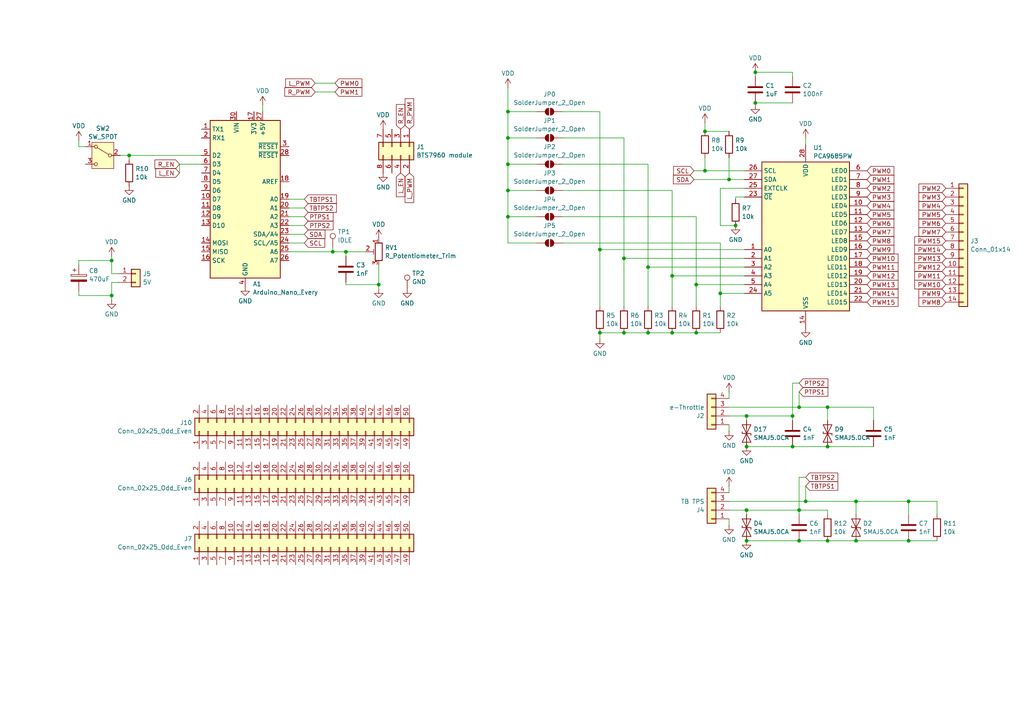
<source format=kicad_sch>
(kicad_sch (version 20231120) (generator "eeschema") (generator_version "8.0")
  (paper "A4")
  (lib_symbols
    (symbol "Connector:TestPoint" (pin_numbers hide) (pin_names (offset 0.762) hide)
      (property "Reference" "TP" (at 0 6.858 0))
      (property "Value" "TestPoint" (at 0 5.08 0))
      (symbol "TestPoint_1_1"
        (pin passive line (at 0 0 90) (length 2.54) (name "1") (number "1"))
      )
    )
    (symbol "Connector_Generic:Conn_01x02" (pin_names (offset 1.016) hide)
      (property "Reference" "J" (at 0 2.54 0))
      (property "Value" "Conn_01x02" (at 0 -5.08 0))
      (symbol "Conn_01x02_1_1"
        (pin passive line (at -5.08 0 0) (length 3.81) (name "Pin_1") (number "1"))
        (pin passive line (at -5.08 -2.54 0) (length 3.81) (name "Pin_2") (number "2"))
      )
    )
    (symbol "Connector_Generic:Conn_01x04" (pin_names (offset 1.016) hide)
      (property "Reference" "J" (at 0 5.08 0))
      (property "Value" "Conn_01x04" (at 0 -7.62 0))
      (symbol "Conn_01x04_1_1"
        (pin passive line (at -5.08 2.54 0) (length 3.81) (name "Pin_1") (number "1"))
        (pin passive line (at -5.08 0 0) (length 3.81) (name "Pin_2") (number "2"))
        (pin passive line (at -5.08 -2.54 0) (length 3.81) (name "Pin_3") (number "3"))
        (pin passive line (at -5.08 -5.08 0) (length 3.81) (name "Pin_4") (number "4"))
      )
    )
    (symbol "Connector_Generic:Conn_01x14" (pin_names (offset 1.016) hide)
      (property "Reference" "J" (at 0 17.78 0))
      (property "Value" "Conn_01x14" (at 0 -20.32 0))
      (symbol "Conn_01x14_1_1"
        (pin passive line (at -5.08 15.24 0) (length 3.81) (name "Pin_1") (number "1"))
        (pin passive line (at -5.08 -7.62 0) (length 3.81) (name "Pin_10") (number "10"))
        (pin passive line (at -5.08 -10.16 0) (length 3.81) (name "Pin_11") (number "11"))
        (pin passive line (at -5.08 -12.7 0) (length 3.81) (name "Pin_12") (number "12"))
        (pin passive line (at -5.08 -15.24 0) (length 3.81) (name "Pin_13") (number "13"))
        (pin passive line (at -5.08 -17.78 0) (length 3.81) (name "Pin_14") (number "14"))
        (pin passive line (at -5.08 12.7 0) (length 3.81) (name "Pin_2") (number "2"))
        (pin passive line (at -5.08 10.16 0) (length 3.81) (name "Pin_3") (number "3"))
        (pin passive line (at -5.08 7.62 0) (length 3.81) (name "Pin_4") (number "4"))
        (pin passive line (at -5.08 5.08 0) (length 3.81) (name "Pin_5") (number "5"))
        (pin passive line (at -5.08 2.54 0) (length 3.81) (name "Pin_6") (number "6"))
        (pin passive line (at -5.08 0 0) (length 3.81) (name "Pin_7") (number "7"))
        (pin passive line (at -5.08 -2.54 0) (length 3.81) (name "Pin_8") (number "8"))
        (pin passive line (at -5.08 -5.08 0) (length 3.81) (name "Pin_9") (number "9"))
      )
    )
    (symbol "Connector_Generic:Conn_02x04_Odd_Even" (pin_names (offset 1.016) hide)
      (property "Reference" "J" (at 1.27 5.08 0))
      (property "Value" "Conn_02x04_Odd_Even" (at 1.27 -7.62 0))
      (symbol "Conn_02x04_Odd_Even_1_1"
        (pin passive line (at -5.08 2.54 0) (length 3.81) (name "Pin_1") (number "1"))
        (pin passive line (at 7.62 2.54 180) (length 3.81) (name "Pin_2") (number "2"))
        (pin passive line (at -5.08 0 0) (length 3.81) (name "Pin_3") (number "3"))
        (pin passive line (at 7.62 0 180) (length 3.81) (name "Pin_4") (number "4"))
        (pin passive line (at -5.08 -2.54 0) (length 3.81) (name "Pin_5") (number "5"))
        (pin passive line (at 7.62 -2.54 180) (length 3.81) (name "Pin_6") (number "6"))
        (pin passive line (at -5.08 -5.08 0) (length 3.81) (name "Pin_7") (number "7"))
        (pin passive line (at 7.62 -5.08 180) (length 3.81) (name "Pin_8") (number "8"))
      )
    )
    (symbol "Connector_Generic:Conn_02x25_Odd_Even" (pin_names (offset 1.016) hide)
      (property "Reference" "J" (at 1.27 33.02 0))
      (property "Value" "Conn_02x25_Odd_Even" (at 1.27 -33.02 0))
      (symbol "Conn_02x25_Odd_Even_1_1"
        (pin passive line (at -5.08 30.48 0) (length 3.81) (name "Pin_1") (number "1"))
        (pin passive line (at 7.62 20.32 180) (length 3.81) (name "Pin_10") (number "10"))
        (pin passive line (at -5.08 17.78 0) (length 3.81) (name "Pin_11") (number "11"))
        (pin passive line (at 7.62 17.78 180) (length 3.81) (name "Pin_12") (number "12"))
        (pin passive line (at -5.08 15.24 0) (length 3.81) (name "Pin_13") (number "13"))
        (pin passive line (at 7.62 15.24 180) (length 3.81) (name "Pin_14") (number "14"))
        (pin passive line (at -5.08 12.7 0) (length 3.81) (name "Pin_15") (number "15"))
        (pin passive line (at 7.62 12.7 180) (length 3.81) (name "Pin_16") (number "16"))
        (pin passive line (at -5.08 10.16 0) (length 3.81) (name "Pin_17") (number "17"))
        (pin passive line (at 7.62 10.16 180) (length 3.81) (name "Pin_18") (number "18"))
        (pin passive line (at -5.08 7.62 0) (length 3.81) (name "Pin_19") (number "19"))
        (pin passive line (at 7.62 30.48 180) (length 3.81) (name "Pin_2") (number "2"))
        (pin passive line (at 7.62 7.62 180) (length 3.81) (name "Pin_20") (number "20"))
        (pin passive line (at -5.08 5.08 0) (length 3.81) (name "Pin_21") (number "21"))
        (pin passive line (at 7.62 5.08 180) (length 3.81) (name "Pin_22") (number "22"))
        (pin passive line (at -5.08 2.54 0) (length 3.81) (name "Pin_23") (number "23"))
        (pin passive line (at 7.62 2.54 180) (length 3.81) (name "Pin_24") (number "24"))
        (pin passive line (at -5.08 0 0) (length 3.81) (name "Pin_25") (number "25"))
        (pin passive line (at 7.62 0 180) (length 3.81) (name "Pin_26") (number "26"))
        (pin passive line (at -5.08 -2.54 0) (length 3.81) (name "Pin_27") (number "27"))
        (pin passive line (at 7.62 -2.54 180) (length 3.81) (name "Pin_28") (number "28"))
        (pin passive line (at -5.08 -5.08 0) (length 3.81) (name "Pin_29") (number "29"))
        (pin passive line (at -5.08 27.94 0) (length 3.81) (name "Pin_3") (number "3"))
        (pin passive line (at 7.62 -5.08 180) (length 3.81) (name "Pin_30") (number "30"))
        (pin passive line (at -5.08 -7.62 0) (length 3.81) (name "Pin_31") (number "31"))
        (pin passive line (at 7.62 -7.62 180) (length 3.81) (name "Pin_32") (number "32"))
        (pin passive line (at -5.08 -10.16 0) (length 3.81) (name "Pin_33") (number "33"))
        (pin passive line (at 7.62 -10.16 180) (length 3.81) (name "Pin_34") (number "34"))
        (pin passive line (at -5.08 -12.7 0) (length 3.81) (name "Pin_35") (number "35"))
        (pin passive line (at 7.62 -12.7 180) (length 3.81) (name "Pin_36") (number "36"))
        (pin passive line (at -5.08 -15.24 0) (length 3.81) (name "Pin_37") (number "37"))
        (pin passive line (at 7.62 -15.24 180) (length 3.81) (name "Pin_38") (number "38"))
        (pin passive line (at -5.08 -17.78 0) (length 3.81) (name "Pin_39") (number "39"))
        (pin passive line (at 7.62 27.94 180) (length 3.81) (name "Pin_4") (number "4"))
        (pin passive line (at 7.62 -17.78 180) (length 3.81) (name "Pin_40") (number "40"))
        (pin passive line (at -5.08 -20.32 0) (length 3.81) (name "Pin_41") (number "41"))
        (pin passive line (at 7.62 -20.32 180) (length 3.81) (name "Pin_42") (number "42"))
        (pin passive line (at -5.08 -22.86 0) (length 3.81) (name "Pin_43") (number "43"))
        (pin passive line (at 7.62 -22.86 180) (length 3.81) (name "Pin_44") (number "44"))
        (pin passive line (at -5.08 -25.4 0) (length 3.81) (name "Pin_45") (number "45"))
        (pin passive line (at 7.62 -25.4 180) (length 3.81) (name "Pin_46") (number "46"))
        (pin passive line (at -5.08 -27.94 0) (length 3.81) (name "Pin_47") (number "47"))
        (pin passive line (at 7.62 -27.94 180) (length 3.81) (name "Pin_48") (number "48"))
        (pin passive line (at -5.08 -30.48 0) (length 3.81) (name "Pin_49") (number "49"))
        (pin passive line (at -5.08 25.4 0) (length 3.81) (name "Pin_5") (number "5"))
        (pin passive line (at 7.62 -30.48 180) (length 3.81) (name "Pin_50") (number "50"))
        (pin passive line (at 7.62 25.4 180) (length 3.81) (name "Pin_6") (number "6"))
        (pin passive line (at -5.08 22.86 0) (length 3.81) (name "Pin_7") (number "7"))
        (pin passive line (at 7.62 22.86 180) (length 3.81) (name "Pin_8") (number "8"))
        (pin passive line (at -5.08 20.32 0) (length 3.81) (name "Pin_9") (number "9"))
      )
    )
    (symbol "Device:C" (pin_numbers hide) (pin_names (offset 0.254))
      (property "Reference" "C" (at 0.635 2.54 0))
      (property "Value" "C" (at 0.635 -2.54 0))
      (symbol "C_1_1"
        (pin passive line (at 0 3.81 270) (length 2.794) (name "~") (number "1"))
        (pin passive line (at 0 -3.81 90) (length 2.794) (name "~") (number "2"))
      )
    )
    (symbol "Device:C_Polarized" (pin_numbers hide) (pin_names (offset 0.254))
      (property "Reference" "C" (at 0.635 2.54 0))
      (property "Value" "C_Polarized" (at 0.635 -2.54 0))
      (symbol "C_Polarized_1_1"
        (pin passive line (at 0 3.81 270) (length 2.794) (name "~") (number "1"))
        (pin passive line (at 0 -3.81 90) (length 2.794) (name "~") (number "2"))
      )
    )
    (symbol "Device:R" (pin_numbers hide) (pin_names (offset 0))
      (property "Reference" "R" (at 2.032 0 90))
      (property "Value" "R" (at 0 0 90))
      (symbol "R_1_1"
        (pin passive line (at 0 3.81 270) (length 1.27) (name "~") (number "1"))
        (pin passive line (at 0 -3.81 90) (length 1.27) (name "~") (number "2"))
      )
    )
    (symbol "Device:R_Potentiometer_Trim" (pin_names (offset 1.016) hide)
      (property "Reference" "RV" (at -4.445 0 90))
      (property "Value" "R_Potentiometer_Trim" (at -2.54 0 90))
      (symbol "R_Potentiometer_Trim_1_1"
        (pin passive line (at 0 3.81 270) (length 1.27) (name "1") (number "1"))
        (pin passive line (at 3.81 0 180) (length 1.27) (name "2") (number "2"))
        (pin passive line (at 0 -3.81 90) (length 1.27) (name "3") (number "3"))
      )
    )
    (symbol "Diode:SMAJ5.0CA" (pin_numbers hide) (pin_names (offset 1.016) hide)
      (property "Reference" "D" (at 0 2.54 0))
      (property "Value" "SMAJ5.0CA" (at 0 -2.54 0))
      (symbol "SMAJ5.0CA_1_1"
        (pin passive line (at -3.81 0 0) (length 2.54) (name "A1") (number "1"))
        (pin passive line (at 3.81 0 180) (length 2.54) (name "A2") (number "2"))
      )
    )
    (symbol "Driver_LED:PCA9685PW"
      (property "Reference" "U" (at -12.7 22.225 0))
      (property "Value" "PCA9685PW" (at 1.27 22.225 0))
      (symbol "PCA9685PW_1_1"
        (pin input line (at -17.78 -5.08 0) (length 5.08) (name "A0") (number "1"))
        (pin output line (at 17.78 7.62 180) (length 5.08) (name "LED4") (number "10"))
        (pin output line (at 17.78 5.08 180) (length 5.08) (name "LED5") (number "11"))
        (pin output line (at 17.78 2.54 180) (length 5.08) (name "LED6") (number "12"))
        (pin output line (at 17.78 0 180) (length 5.08) (name "LED7") (number "13"))
        (pin power_in line (at 0 -27.94 90) (length 5.08) (name "VSS") (number "14"))
        (pin output line (at 17.78 -2.54 180) (length 5.08) (name "LED8") (number "15"))
        (pin output line (at 17.78 -5.08 180) (length 5.08) (name "LED9") (number "16"))
        (pin output line (at 17.78 -7.62 180) (length 5.08) (name "LED10") (number "17"))
        (pin output line (at 17.78 -10.16 180) (length 5.08) (name "LED11") (number "18"))
        (pin output line (at 17.78 -12.7 180) (length 5.08) (name "LED12") (number "19"))
        (pin input line (at -17.78 -7.62 0) (length 5.08) (name "A1") (number "2"))
        (pin output line (at 17.78 -15.24 180) (length 5.08) (name "LED13") (number "20"))
        (pin output line (at 17.78 -17.78 180) (length 5.08) (name "LED14") (number "21"))
        (pin output line (at 17.78 -20.32 180) (length 5.08) (name "LED15") (number "22"))
        (pin input line (at -17.78 10.16 0) (length 5.08) (name "~{OE}") (number "23"))
        (pin input line (at -17.78 -17.78 0) (length 5.08) (name "A5") (number "24"))
        (pin input line (at -17.78 12.7 0) (length 5.08) (name "EXTCLK") (number "25"))
        (pin input line (at -17.78 17.78 0) (length 5.08) (name "SCL") (number "26"))
        (pin bidirectional line (at -17.78 15.24 0) (length 5.08) (name "SDA") (number "27"))
        (pin power_in line (at 0 25.4 270) (length 5.08) (name "VDD") (number "28"))
        (pin input line (at -17.78 -10.16 0) (length 5.08) (name "A2") (number "3"))
        (pin input line (at -17.78 -12.7 0) (length 5.08) (name "A3") (number "4"))
        (pin input line (at -17.78 -15.24 0) (length 5.08) (name "A4") (number "5"))
        (pin output line (at 17.78 17.78 180) (length 5.08) (name "LED0") (number "6"))
        (pin output line (at 17.78 15.24 180) (length 5.08) (name "LED1") (number "7"))
        (pin output line (at 17.78 12.7 180) (length 5.08) (name "LED2") (number "8"))
        (pin output line (at 17.78 10.16 180) (length 5.08) (name "LED3") (number "9"))
      )
    )
    (symbol "Jumper:SolderJumper_2_Open" (pin_numbers hide) (pin_names (offset 0) hide) (exclude_from_sim yes) (in_bom no)
      (property "Reference" "JP" (at 0 2.032 0))
      (property "Value" "SolderJumper_2_Open" (at 0 -2.54 0))
      (symbol "SolderJumper_2_Open_1_1"
        (pin passive line (at -3.81 0 0) (length 2.54) (name "A") (number "1"))
        (pin passive line (at 3.81 0 180) (length 2.54) (name "B") (number "2"))
      )
    )
    (symbol "MCU_Module:Arduino_Nano_Every"
      (property "Reference" "A" (at -10.16 23.495 0))
      (property "Value" "Arduino_Nano_Every" (at 5.08 -24.13 0))
      (symbol "Arduino_Nano_Every_1_1"
        (pin bidirectional line (at -12.7 20.32 0) (length 2.54) (name "TX1") (number "1"))
        (pin bidirectional line (at -12.7 0 0) (length 2.54) (name "D7") (number "10"))
        (pin bidirectional line (at -12.7 -2.54 0) (length 2.54) (name "D8") (number "11"))
        (pin bidirectional line (at -12.7 -5.08 0) (length 2.54) (name "D9") (number "12"))
        (pin bidirectional line (at -12.7 -7.62 0) (length 2.54) (name "D10") (number "13"))
        (pin bidirectional line (at -12.7 -12.7 0) (length 2.54) (name "MOSI") (number "14"))
        (pin bidirectional line (at -12.7 -15.24 0) (length 2.54) (name "MISO") (number "15"))
        (pin bidirectional line (at -12.7 -17.78 0) (length 2.54) (name "SCK") (number "16"))
        (pin power_out line (at 2.54 25.4 270) (length 2.54) (name "3V3") (number "17"))
        (pin input line (at 12.7 5.08 180) (length 2.54) (name "AREF") (number "18"))
        (pin bidirectional line (at 12.7 0 180) (length 2.54) (name "A0") (number "19"))
        (pin bidirectional line (at -12.7 17.78 0) (length 2.54) (name "RX1") (number "2"))
        (pin bidirectional line (at 12.7 -2.54 180) (length 2.54) (name "A1") (number "20"))
        (pin bidirectional line (at 12.7 -5.08 180) (length 2.54) (name "A2") (number "21"))
        (pin bidirectional line (at 12.7 -7.62 180) (length 2.54) (name "A3") (number "22"))
        (pin bidirectional line (at 12.7 -10.16 180) (length 2.54) (name "SDA/A4") (number "23"))
        (pin bidirectional line (at 12.7 -12.7 180) (length 2.54) (name "SCL/A5") (number "24"))
        (pin bidirectional line (at 12.7 -15.24 180) (length 2.54) (name "A6") (number "25"))
        (pin bidirectional line (at 12.7 -17.78 180) (length 2.54) (name "A7") (number "26"))
        (pin power_out line (at 5.08 25.4 270) (length 2.54) (name "+5V") (number "27"))
        (pin input line (at 12.7 12.7 180) (length 2.54) (name "~{RESET}") (number "28"))
        (pin passive line (at 0 -25.4 90) (length 2.54) hide (name "GND") (number "29"))
        (pin input line (at 12.7 15.24 180) (length 2.54) (name "~{RESET}") (number "3"))
        (pin power_in line (at -2.54 25.4 270) (length 2.54) (name "VIN") (number "30"))
        (pin power_in line (at 0 -25.4 90) (length 2.54) (name "GND") (number "4"))
        (pin bidirectional line (at -12.7 12.7 0) (length 2.54) (name "D2") (number "5"))
        (pin bidirectional line (at -12.7 10.16 0) (length 2.54) (name "D3") (number "6"))
        (pin bidirectional line (at -12.7 7.62 0) (length 2.54) (name "D4") (number "7"))
        (pin bidirectional line (at -12.7 5.08 0) (length 2.54) (name "D5") (number "8"))
        (pin bidirectional line (at -12.7 2.54 0) (length 2.54) (name "D6") (number "9"))
      )
    )
    (symbol "Switch:SW_SPDT" (pin_names (offset 0) hide)
      (property "Reference" "SW" (at 0 5.08 0))
      (property "Value" "SW_SPDT" (at 0 -5.08 0))
      (symbol "SW_SPDT_1_1"
        (pin passive line (at 5.08 2.54 180) (length 2.54) (name "A") (number "1"))
        (pin passive line (at -5.08 0 0) (length 2.54) (name "B") (number "2"))
        (pin passive line (at 5.08 -2.54 180) (length 2.54) (name "C") (number "3"))
      )
    )
    (symbol "power:GND" (power) (pin_numbers hide) (pin_names (offset 0) hide)
      (property "Value" "GND" (at 0 -3.81 0))
      (symbol "GND_1_1"
        (pin power_in line (at 0 0 270) (length 0) (name "~") (number "1"))
      )
    )
    (symbol "power:VDD" (power) (pin_numbers hide) (pin_names (offset 0) hide)
      (property "Value" "VDD" (at 0 3.556 0))
      (symbol "VDD_1_1"
        (pin power_in line (at 0 0 90) (length 0) (name "~") (number "1"))
      )
    )
  )
  (junction (at 216.535 147.955))
  (junction (at 147.32 47.625))
  (junction (at 204.47 49.53))
  (junction (at 187.96 77.47))
  (junction (at 219.075 20.955))
  (junction (at 201.93 82.55))
  (junction (at 216.535 129.54))
  (junction (at 147.32 32.385))
  (junction (at 240.03 129.54))
  (junction (at 233.68 145.415))
  (junction (at 216.535 156.845))
  (junction (at 32.385 85.725))
  (junction (at 180.975 96.52))
  (junction (at 211.455 52.07))
  (junction (at 32.385 75.565))
  (junction (at 147.32 40.005))
  (junction (at 263.525 145.415))
  (junction (at 231.775 147.955))
  (junction (at 240.03 118.11))
  (junction (at 204.47 38.1))
  (junction (at 147.32 62.865))
  (junction (at 231.775 156.845))
  (junction (at 231.775 118.11))
  (junction (at 248.285 156.845))
  (junction (at 173.99 72.39))
  (junction (at 219.075 29.845))
  (junction (at 229.87 120.65))
  (junction (at 208.915 85.09))
  (junction (at 100.33 73.025))
  (junction (at 109.855 82.55))
  (junction (at 216.535 120.65))
  (junction (at 213.36 65.405))
  (junction (at 37.465 45.085))
  (junction (at 201.93 96.52))
  (junction (at 173.99 96.52))
  (junction (at 180.975 74.93))
  (junction (at 229.87 129.54))
  (junction (at 187.96 96.52))
  (junction (at 263.525 156.845))
  (junction (at 240.03 156.845))
  (junction (at 248.285 145.415))
  (junction (at 96.52 73.025))
  (junction (at 147.32 55.245))
  (junction (at 194.945 96.52))
  (junction (at 194.945 80.01))
  (wire (pts (xy 163.195 40.005) (xy 180.975 40.005)))
  (wire (pts (xy 88.265 65.405) (xy 83.82 65.405)))
  (wire (pts (xy 231.775 111.125) (xy 229.87 111.125)))
  (wire (pts (xy 204.47 35.56) (xy 204.47 38.1)))
  (wire (pts (xy 147.32 70.485) (xy 147.32 62.865)))
  (wire (pts (xy 229.87 111.125) (xy 229.87 120.65)))
  (wire (pts (xy 88.265 60.325) (xy 83.82 60.325)))
  (wire (pts (xy 215.9 85.09) (xy 208.915 85.09)))
  (wire (pts (xy 248.285 156.845) (xy 263.525 156.845)))
  (wire (pts (xy 180.975 74.93) (xy 180.975 88.9)))
  (wire (pts (xy 173.99 98.425) (xy 173.99 96.52)))
  (wire (pts (xy 208.915 85.09) (xy 208.915 88.9)))
  (wire (pts (xy 32.385 85.725) (xy 32.385 81.915)))
  (wire (pts (xy 163.195 32.385) (xy 173.99 32.385)))
  (wire (pts (xy 211.455 140.97) (xy 211.455 142.875)))
  (wire (pts (xy 100.33 73.025) (xy 106.045 73.025)))
  (wire (pts (xy 194.945 55.245) (xy 194.945 80.01)))
  (wire (pts (xy 187.96 96.52) (xy 194.945 96.52)))
  (wire (pts (xy 216.535 121.92) (xy 216.535 120.65)))
  (wire (pts (xy 213.36 57.15) (xy 215.9 57.15)))
  (wire (pts (xy 37.465 46.355) (xy 37.465 45.085)))
  (wire (pts (xy 211.455 123.19) (xy 211.455 125.095)))
  (wire (pts (xy 248.285 149.225) (xy 248.285 145.415)))
  (wire (pts (xy 215.9 72.39) (xy 173.99 72.39)))
  (wire (pts (xy 271.78 149.225) (xy 271.78 145.415)))
  (wire (pts (xy 163.195 70.485) (xy 208.915 70.485)))
  (wire (pts (xy 147.32 25.4) (xy 147.32 32.385)))
  (wire (pts (xy 187.96 77.47) (xy 187.96 88.9)))
  (wire (pts (xy 96.52 71.755) (xy 96.52 73.025)))
  (wire (pts (xy 37.465 45.085) (xy 58.42 45.085)))
  (wire (pts (xy 88.265 62.865) (xy 83.82 62.865)))
  (wire (pts (xy 88.265 67.945) (xy 83.82 67.945)))
  (wire (pts (xy 216.535 120.65) (xy 211.455 120.65)))
  (wire (pts (xy 173.99 96.52) (xy 180.975 96.52)))
  (wire (pts (xy 76.2 30.48) (xy 76.2 32.385)))
  (wire (pts (xy 155.575 55.245) (xy 147.32 55.245)))
  (wire (pts (xy 163.195 62.865) (xy 201.93 62.865)))
  (wire (pts (xy 216.535 149.225) (xy 216.535 147.955)))
  (wire (pts (xy 201.93 62.865) (xy 201.93 82.55)))
  (wire (pts (xy 147.32 40.005) (xy 147.32 32.385)))
  (wire (pts (xy 97.155 26.67) (xy 91.44 26.67)))
  (wire (pts (xy 263.525 149.225) (xy 263.525 145.415)))
  (wire (pts (xy 240.03 129.54) (xy 253.365 129.54)))
  (wire (pts (xy 32.385 86.995) (xy 32.385 85.725)))
  (wire (pts (xy 240.03 147.955) (xy 231.775 147.955)))
  (wire (pts (xy 173.99 72.39) (xy 173.99 88.9)))
  (wire (pts (xy 211.455 145.415) (xy 233.68 145.415)))
  (wire (pts (xy 233.68 40.005) (xy 233.68 41.91)))
  (wire (pts (xy 147.32 40.005) (xy 147.32 47.625)))
  (wire (pts (xy 231.775 149.225) (xy 231.775 147.955)))
  (wire (pts (xy 204.47 38.1) (xy 211.455 38.1)))
  (wire (pts (xy 83.82 73.025) (xy 96.52 73.025)))
  (wire (pts (xy 32.385 79.375) (xy 32.385 75.565)))
  (wire (pts (xy 201.295 52.07) (xy 211.455 52.07)))
  (wire (pts (xy 204.47 45.72) (xy 204.47 49.53)))
  (wire (pts (xy 201.93 82.55) (xy 201.93 88.9)))
  (wire (pts (xy 194.945 96.52) (xy 201.93 96.52)))
  (wire (pts (xy 22.86 40.64) (xy 22.86 42.545)))
  (wire (pts (xy 22.86 84.455) (xy 22.86 85.725)))
  (wire (pts (xy 173.99 32.385) (xy 173.99 72.39)))
  (wire (pts (xy 216.535 147.955) (xy 211.455 147.955)))
  (wire (pts (xy 231.775 156.845) (xy 240.03 156.845)))
  (wire (pts (xy 208.915 70.485) (xy 208.915 85.09)))
  (wire (pts (xy 96.52 73.025) (xy 100.33 73.025)))
  (wire (pts (xy 208.915 54.61) (xy 208.915 65.405)))
  (wire (pts (xy 163.195 55.245) (xy 194.945 55.245)))
  (wire (pts (xy 219.075 30.48) (xy 219.075 29.845)))
  (wire (pts (xy 100.33 73.025) (xy 100.33 74.295)))
  (wire (pts (xy 32.385 75.565) (xy 32.385 74.295)))
  (wire (pts (xy 22.86 42.545) (xy 24.765 42.545)))
  (wire (pts (xy 215.9 80.01) (xy 194.945 80.01)))
  (wire (pts (xy 22.86 75.565) (xy 32.385 75.565)))
  (wire (pts (xy 109.855 82.55) (xy 109.855 76.835)))
  (wire (pts (xy 52.07 47.625) (xy 52.07 50.165)))
  (wire (pts (xy 208.915 65.405) (xy 213.36 65.405)))
  (wire (pts (xy 155.575 70.485) (xy 147.32 70.485)))
  (wire (pts (xy 155.575 40.005) (xy 147.32 40.005)))
  (wire (pts (xy 216.535 120.65) (xy 229.87 120.65)))
  (wire (pts (xy 213.36 57.785) (xy 213.36 57.15)))
  (wire (pts (xy 100.33 81.915) (xy 100.33 82.55)))
  (wire (pts (xy 253.365 121.92) (xy 253.365 118.11)))
  (wire (pts (xy 211.455 118.11) (xy 231.775 118.11)))
  (wire (pts (xy 97.155 24.13) (xy 91.44 24.13)))
  (wire (pts (xy 229.87 121.92) (xy 229.87 120.65)))
  (wire (pts (xy 211.455 113.665) (xy 211.455 115.57)))
  (wire (pts (xy 204.47 49.53) (xy 215.9 49.53)))
  (wire (pts (xy 233.68 138.43) (xy 231.775 138.43)))
  (wire (pts (xy 215.9 54.61) (xy 208.915 54.61)))
  (wire (pts (xy 215.9 77.47) (xy 187.96 77.47)))
  (wire (pts (xy 263.525 156.845) (xy 271.78 156.845)))
  (wire (pts (xy 240.03 149.225) (xy 240.03 147.955)))
  (wire (pts (xy 219.075 20.955) (xy 219.075 22.225)))
  (wire (pts (xy 240.03 121.92) (xy 240.03 118.11)))
  (wire (pts (xy 229.87 129.54) (xy 240.03 129.54)))
  (wire (pts (xy 216.535 129.54) (xy 229.87 129.54)))
  (wire (pts (xy 147.32 32.385) (xy 155.575 32.385)))
  (wire (pts (xy 187.96 47.625) (xy 187.96 77.47)))
  (wire (pts (xy 180.975 96.52) (xy 187.96 96.52)))
  (wire (pts (xy 147.32 55.245) (xy 147.32 47.625)))
  (wire (pts (xy 229.87 20.955) (xy 219.075 20.955)))
  (wire (pts (xy 155.575 62.865) (xy 147.32 62.865)))
  (wire (pts (xy 180.975 40.005) (xy 180.975 74.93)))
  (wire (pts (xy 231.775 138.43) (xy 231.775 147.955)))
  (wire (pts (xy 58.42 47.625) (xy 52.07 47.625)))
  (wire (pts (xy 240.03 118.11) (xy 253.365 118.11)))
  (wire (pts (xy 201.295 49.53) (xy 204.47 49.53)))
  (wire (pts (xy 211.455 52.07) (xy 215.9 52.07)))
  (wire (pts (xy 231.775 118.11) (xy 240.03 118.11)))
  (wire (pts (xy 147.32 47.625) (xy 155.575 47.625)))
  (wire (pts (xy 233.68 140.97) (xy 233.68 145.415)))
  (wire (pts (xy 216.535 147.955) (xy 231.775 147.955)))
  (wire (pts (xy 37.465 45.085) (xy 34.925 45.085)))
  (wire (pts (xy 219.075 29.845) (xy 229.87 29.845)))
  (wire (pts (xy 201.93 82.55) (xy 215.9 82.55)))
  (wire (pts (xy 100.33 82.55) (xy 109.855 82.55)))
  (wire (pts (xy 215.9 74.93) (xy 180.975 74.93)))
  (wire (pts (xy 216.535 156.845) (xy 231.775 156.845)))
  (wire (pts (xy 211.455 150.495) (xy 211.455 152.4)))
  (wire (pts (xy 22.86 85.725) (xy 32.385 85.725)))
  (wire (pts (xy 109.855 83.82) (xy 109.855 82.55)))
  (wire (pts (xy 194.945 80.01) (xy 194.945 88.9)))
  (wire (pts (xy 32.385 81.915) (xy 34.29 81.915)))
  (wire (pts (xy 34.29 79.375) (xy 32.385 79.375)))
  (wire (pts (xy 240.03 156.845) (xy 248.285 156.845)))
  (wire (pts (xy 88.265 70.485) (xy 83.82 70.485)))
  (wire (pts (xy 22.86 76.835) (xy 22.86 75.565)))
  (wire (pts (xy 248.285 145.415) (xy 263.525 145.415)))
  (wire (pts (xy 88.265 57.785) (xy 83.82 57.785)))
  (wire (pts (xy 201.93 96.52) (xy 208.915 96.52)))
  (wire (pts (xy 147.32 62.865) (xy 147.32 55.245)))
  (wire (pts (xy 233.68 145.415) (xy 248.285 145.415)))
  (wire (pts (xy 271.78 145.415) (xy 263.525 145.415)))
  (wire (pts (xy 229.87 22.225) (xy 229.87 20.955)))
  (wire (pts (xy 211.455 45.72) (xy 211.455 52.07)))
  (wire (pts (xy 231.775 113.665) (xy 231.775 118.11)))
  (wire (pts (xy 163.195 47.625) (xy 187.96 47.625)))
  (global_label "PWM0" (shape input) (at 251.46 49.53 0) (property "Intersheetrefs" "${INTERSHEET_REFS}" (effects (hide yes))))
  (global_label "PWM14" (shape input) (at 251.46 85.09 0) (property "Intersheetrefs" "${INTERSHEET_REFS}" (effects (hide yes))))
  (global_label "PWM8" (shape input) (at 251.46 69.85 0) (property "Intersheetrefs" "${INTERSHEET_REFS}" (effects (hide yes))))
  (global_label "PWM6" (shape input) (at 251.46 64.77 0) (property "Intersheetrefs" "${INTERSHEET_REFS}" (effects (hide yes))))
  (global_label "SCL" (shape input) (at 88.265 70.485 0) (property "Intersheetrefs" "${INTERSHEET_REFS}" (effects (hide yes))))
  (global_label "L_PWM" (shape input) (at 118.745 50.165 270) (property "Intersheetrefs" "${INTERSHEET_REFS}" (effects (hide yes))))
  (global_label "TBTPS2" (shape input) (at 88.265 60.325 0) (property "Intersheetrefs" "${INTERSHEET_REFS}" (effects (hide yes))))
  (global_label "PWM10" (shape input) (at 251.46 74.93 0) (property "Intersheetrefs" "${INTERSHEET_REFS}" (effects (hide yes))))
  (global_label "PWM9" (shape input) (at 251.46 72.39 0) (property "Intersheetrefs" "${INTERSHEET_REFS}" (effects (hide yes))))
  (global_label "PWM1" (shape input) (at 251.46 52.07 0) (property "Intersheetrefs" "${INTERSHEET_REFS}" (effects (hide yes))))
  (global_label "PWM15" (shape input) (at 274.32 69.85 180) (property "Intersheetrefs" "${INTERSHEET_REFS}" (effects (hide yes))))
  (global_label "PTPS2" (shape input) (at 88.265 65.405 0) (property "Intersheetrefs" "${INTERSHEET_REFS}" (effects (hide yes))))
  (global_label "L_EN" (shape input) (at 116.205 50.165 270) (property "Intersheetrefs" "${INTERSHEET_REFS}" (effects (hide yes))))
  (global_label "PWM13" (shape input) (at 274.32 74.93 180) (property "Intersheetrefs" "${INTERSHEET_REFS}" (effects (hide yes))))
  (global_label "TBTPS1" (shape input) (at 88.265 57.785 0) (property "Intersheetrefs" "${INTERSHEET_REFS}" (effects (hide yes))))
  (global_label "PTPS1" (shape input) (at 231.775 113.665 0) (property "Intersheetrefs" "${INTERSHEET_REFS}" (effects (hide yes))))
  (global_label "PWM10" (shape input) (at 274.32 82.55 180) (property "Intersheetrefs" "${INTERSHEET_REFS}" (effects (hide yes))))
  (global_label "PWM14" (shape input) (at 274.32 72.39 180) (property "Intersheetrefs" "${INTERSHEET_REFS}" (effects (hide yes))))
  (global_label "PWM0" (shape input) (at 97.155 24.13 0) (property "Intersheetrefs" "${INTERSHEET_REFS}" (effects (hide yes))))
  (global_label "PWM5" (shape input) (at 251.46 62.23 0) (property "Intersheetrefs" "${INTERSHEET_REFS}" (effects (hide yes))))
  (global_label "R_EN" (shape input) (at 116.205 37.465 90) (property "Intersheetrefs" "${INTERSHEET_REFS}" (effects (hide yes))))
  (global_label "PWM3" (shape input) (at 251.46 57.15 0) (property "Intersheetrefs" "${INTERSHEET_REFS}" (effects (hide yes))))
  (global_label "L_EN" (shape input) (at 52.07 50.165 180) (property "Intersheetrefs" "${INTERSHEET_REFS}" (effects (hide yes))))
  (global_label "PWM3" (shape input) (at 274.32 57.15 180) (property "Intersheetrefs" "${INTERSHEET_REFS}" (effects (hide yes))))
  (global_label "PWM2" (shape input) (at 274.32 54.61 180) (property "Intersheetrefs" "${INTERSHEET_REFS}" (effects (hide yes))))
  (global_label "PWM2" (shape input) (at 251.46 54.61 0) (property "Intersheetrefs" "${INTERSHEET_REFS}" (effects (hide yes))))
  (global_label "SDA" (shape input) (at 201.295 52.07 180) (property "Intersheetrefs" "${INTERSHEET_REFS}" (effects (hide yes))))
  (global_label "PWM11" (shape input) (at 274.32 80.01 180) (property "Intersheetrefs" "${INTERSHEET_REFS}" (effects (hide yes))))
  (global_label "PWM5" (shape input) (at 274.32 62.23 180) (property "Intersheetrefs" "${INTERSHEET_REFS}" (effects (hide yes))))
  (global_label "L_PWM" (shape input) (at 91.44 24.13 180) (property "Intersheetrefs" "${INTERSHEET_REFS}" (effects (hide yes))))
  (global_label "PWM8" (shape input) (at 274.32 87.63 180) (property "Intersheetrefs" "${INTERSHEET_REFS}" (effects (hide yes))))
  (global_label "PWM6" (shape input) (at 274.32 64.77 180) (property "Intersheetrefs" "${INTERSHEET_REFS}" (effects (hide yes))))
  (global_label "R_PWM" (shape input) (at 91.44 26.67 180) (property "Intersheetrefs" "${INTERSHEET_REFS}" (effects (hide yes))))
  (global_label "PWM7" (shape input) (at 274.32 67.31 180) (property "Intersheetrefs" "${INTERSHEET_REFS}" (effects (hide yes))))
  (global_label "R_EN" (shape input) (at 52.07 47.625 180) (property "Intersheetrefs" "${INTERSHEET_REFS}" (effects (hide yes))))
  (global_label "PWM9" (shape input) (at 274.32 85.09 180) (property "Intersheetrefs" "${INTERSHEET_REFS}" (effects (hide yes))))
  (global_label "PWM12" (shape input) (at 251.46 80.01 0) (property "Intersheetrefs" "${INTERSHEET_REFS}" (effects (hide yes))))
  (global_label "TBTPS2" (shape input) (at 233.68 138.43 0) (property "Intersheetrefs" "${INTERSHEET_REFS}" (effects (hide yes))))
  (global_label "PWM4" (shape input) (at 251.46 59.69 0) (property "Intersheetrefs" "${INTERSHEET_REFS}" (effects (hide yes))))
  (global_label "PTPS2" (shape input) (at 231.775 111.125 0) (property "Intersheetrefs" "${INTERSHEET_REFS}" (effects (hide yes))))
  (global_label "PWM4" (shape input) (at 274.32 59.69 180) (property "Intersheetrefs" "${INTERSHEET_REFS}" (effects (hide yes))))
  (global_label "TBTPS1" (shape input) (at 233.68 140.97 0) (property "Intersheetrefs" "${INTERSHEET_REFS}" (effects (hide yes))))
  (global_label "PWM1" (shape input) (at 97.155 26.67 0) (property "Intersheetrefs" "${INTERSHEET_REFS}" (effects (hide yes))))
  (global_label "PTPS1" (shape input) (at 88.265 62.865 0) (property "Intersheetrefs" "${INTERSHEET_REFS}" (effects (hide yes))))
  (global_label "R_PWM" (shape input) (at 118.745 37.465 90) (property "Intersheetrefs" "${INTERSHEET_REFS}" (effects (hide yes))))
  (global_label "PWM13" (shape input) (at 251.46 82.55 0) (property "Intersheetrefs" "${INTERSHEET_REFS}" (effects (hide yes))))
  (global_label "SCL" (shape input) (at 201.295 49.53 180) (property "Intersheetrefs" "${INTERSHEET_REFS}" (effects (hide yes))))
  (global_label "PWM12" (shape input) (at 274.32 77.47 180) (property "Intersheetrefs" "${INTERSHEET_REFS}" (effects (hide yes))))
  (global_label "PWM15" (shape input) (at 251.46 87.63 0) (property "Intersheetrefs" "${INTERSHEET_REFS}" (effects (hide yes))))
  (global_label "SDA" (shape input) (at 88.265 67.945 0) (property "Intersheetrefs" "${INTERSHEET_REFS}" (effects (hide yes))))
  (global_label "PWM11" (shape input) (at 251.46 77.47 0) (property "Intersheetrefs" "${INTERSHEET_REFS}" (effects (hide yes))))
  (global_label "PWM7" (shape input) (at 251.46 67.31 0) (property "Intersheetrefs" "${INTERSHEET_REFS}" (effects (hide yes))))
  (symbol (lib_id "power:VDD") (at 32.385 74.295 0) (unit 1)
    (property "Reference" "#PWR023" (effects (hide yes)))
    (property "Value" "VDD" (at 32.385 70.1619 0))
    (property "Description" "Power symbol creates a global label with name \"VDD\"" (effects (hide yes)))
  )
  (symbol (lib_id "power:GND") (at 111.125 50.165 0) (unit 1)
    (property "Reference" "#PWR022" (effects (hide yes)))
    (property "Value" "GND" (at 111.125 54.2981 0))
    (property "Description" "Power symbol creates a global label with name \"GND\" , ground" (effects (hide yes)))
  )
  (symbol (lib_id "Device:C") (at 100.33 78.105 0) (unit 1)
    (property "Reference" "C3" (at 103.251 76.8928 0) (effects (justify left)))
    (property "Value" "1nF" (at 103.251 79.3171 0) (effects (justify left)))
    (property "Footprint" "Capacitor_SMD:C_0805_2012Metric_Pad1.18x1.45mm_HandSolder" (effects (hide yes)))
    (property "Description" "Unpolarized capacitor" (effects (hide yes)))
  )
  (symbol (lib_id "Device:C") (at 219.075 26.035 0) (unit 1)
    (property "Reference" "C1" (at 221.996 24.8228 0) (effects (justify left)))
    (property "Value" "1uF" (at 221.996 27.2471 0) (effects (justify left)))
    (property "Footprint" "Capacitor_SMD:C_0805_2012Metric_Pad1.18x1.45mm_HandSolder" (effects (hide yes)))
    (property "Description" "Unpolarized capacitor" (effects (hide yes)))
  )
  (symbol (lib_id "Jumper:SolderJumper_2_Open") (at 159.385 62.865 0) (unit 1) (exclude_from_sim yes) (in_bom no)
    (property "Reference" "JP4" (at 159.385 57.8315 0))
    (property "Value" "SolderJumper_2_Open" (at 159.385 60.2558 0))
    (property "Footprint" "Jumper:SolderJumper-2_P1.3mm_Open_TrianglePad1.0x1.5mm" (effects (hide yes)))
    (property "Description" "Solder Jumper, 2-pole, open" (effects (hide yes)))
  )
  (symbol (lib_id "Device:R") (at 211.455 41.91 0) (unit 1)
    (property "Reference" "R9" (at 213.233 40.6978 0) (effects (justify left)))
    (property "Value" "10k" (at 213.233 43.1221 0) (effects (justify left)))
    (property "Footprint" "Resistor_SMD:R_0603_1608Metric_Pad0.98x0.95mm_HandSolder" (effects (hide yes)))
    (property "Description" "Resistor" (effects (hide yes)))
  )
  (symbol (lib_id "power:VDD") (at 111.125 37.465 0) (unit 1)
    (property "Reference" "#PWR021" (effects (hide yes)))
    (property "Value" "VDD" (at 111.125 33.3319 0))
    (property "Description" "Power symbol creates a global label with name \"VDD\"" (effects (hide yes)))
  )
  (symbol (lib_id "power:GND") (at 118.11 83.82 0) (unit 1)
    (property "Reference" "#PWR031" (effects (hide yes)))
    (property "Value" "GND" (at 118.11 87.9531 0))
    (property "Description" "Power symbol creates a global label with name \"GND\" , ground" (effects (hide yes)))
  )
  (symbol (lib_id "power:VDD") (at 76.2 30.48 0) (unit 1)
    (property "Reference" "#PWR09" (effects (hide yes)))
    (property "Value" "VDD" (at 76.2 26.3469 0))
    (property "Description" "Power symbol creates a global label with name \"VDD\"" (effects (hide yes)))
  )
  (symbol (lib_id "Device:C") (at 231.775 153.035 0) (unit 1)
    (property "Reference" "C6" (at 234.696 151.8228 0) (effects (justify left)))
    (property "Value" "1nF" (at 234.696 154.2471 0) (effects (justify left)))
    (property "Footprint" "Capacitor_SMD:C_0805_2012Metric_Pad1.18x1.45mm_HandSolder" (effects (hide yes)))
    (property "Description" "Unpolarized capacitor" (effects (hide yes)))
  )
  (symbol (lib_id "power:VDD") (at 204.47 35.56 0) (unit 1)
    (property "Reference" "#PWR08" (effects (hide yes)))
    (property "Value" "VDD" (at 204.47 31.4269 0))
    (property "Description" "Power symbol creates a global label with name \"VDD\"" (effects (hide yes)))
  )
  (symbol (lib_id "Device:C_Polarized") (at 22.86 80.645 0) (unit 1)
    (property "Reference" "C8" (at 25.781 78.5438 0) (effects (justify left)))
    (property "Value" "470uF" (at 25.781 80.9681 0) (effects (justify left)))
    (property "Footprint" "Capacitor_THT:CP_Radial_D8.0mm_P3.50mm" (effects (hide yes)))
    (property "Description" "Polarized capacitor" (effects (hide yes)))
  )
  (symbol (lib_id "power:GND") (at 37.465 53.975 0) (unit 1)
    (property "Reference" "#PWR019" (effects (hide yes)))
    (property "Value" "GND" (at 37.465 58.1081 0))
    (property "Description" "Power symbol creates a global label with name \"GND\" , ground" (effects (hide yes)))
  )
  (symbol (lib_id "Jumper:SolderJumper_2_Open") (at 159.385 32.385 0) (unit 1) (exclude_from_sim yes) (in_bom no)
    (property "Reference" "JP0" (at 159.385 27.3515 0))
    (property "Value" "SolderJumper_2_Open" (at 159.385 29.7758 0))
    (property "Footprint" "Jumper:SolderJumper-2_P1.3mm_Open_TrianglePad1.0x1.5mm" (effects (hide yes)))
    (property "Description" "Solder Jumper, 2-pole, open" (effects (hide yes)))
  )
  (symbol (lib_id "Device:R") (at 187.96 92.71 0) (unit 1)
    (property "Reference" "R3" (at 189.738 91.4978 0) (effects (justify left)))
    (property "Value" "10k" (at 189.738 93.9221 0) (effects (justify left)))
    (property "Footprint" "Resistor_SMD:R_0603_1608Metric_Pad0.98x0.95mm_HandSolder" (effects (hide yes)))
    (property "Description" "Resistor" (effects (hide yes)))
  )
  (symbol (lib_id "Connector_Generic:Conn_02x25_Odd_Even") (at 88.265 141.605 90) (unit 1)
    (property "Reference" "J6" (at 55.753 139.1228 90) (effects (justify left)))
    (property "Value" "Conn_02x25_Odd_Even" (at 55.753 141.5471 90) (effects (justify left)))
    (property "Footprint" "Connector_PinHeader_2.54mm:PinHeader_2x25_P2.54mm_Vertical" (effects (hide yes)))
    (property "Description" "Generic connector, double row, 02x25, odd/even pin numbering scheme (row 1 odd numbers, row 2 even numbers), script generated (kicad-library-utils/schlib/autogen/connector/)" (effects (hide yes)))
  )
  (symbol (lib_id "power:VDD") (at 211.455 140.97 0) (unit 1)
    (property "Reference" "#PWR016" (effects (hide yes)))
    (property "Value" "VDD" (at 211.455 136.8369 0))
    (property "Description" "Power symbol creates a global label with name \"VDD\"" (effects (hide yes)))
  )
  (symbol (lib_id "Connector_Generic:Conn_02x25_Odd_Even") (at 88.265 125.095 90) (unit 1)
    (property "Reference" "J10" (at 55.753 122.6128 90) (effects (justify left)))
    (property "Value" "Conn_02x25_Odd_Even" (at 55.753 125.0371 90) (effects (justify left)))
    (property "Footprint" "Connector_PinHeader_2.54mm:PinHeader_2x25_P2.54mm_Vertical" (effects (hide yes)))
    (property "Description" "Generic connector, double row, 02x25, odd/even pin numbering scheme (row 1 odd numbers, row 2 even numbers), script generated (kicad-library-utils/schlib/autogen/connector/)" (effects (hide yes)))
  )
  (symbol (lib_id "Jumper:SolderJumper_2_Open") (at 159.385 47.625 0) (unit 1) (exclude_from_sim yes) (in_bom no)
    (property "Reference" "JP2" (at 159.385 42.5915 0))
    (property "Value" "SolderJumper_2_Open" (at 159.385 45.0158 0))
    (property "Footprint" "Jumper:SolderJumper-2_P1.3mm_Open_TrianglePad1.0x1.5mm" (effects (hide yes)))
    (property "Description" "Solder Jumper, 2-pole, open" (effects (hide yes)))
  )
  (symbol (lib_id "Device:R_Potentiometer_Trim") (at 109.855 73.025 0) (mirror y) (unit 1)
    (property "Reference" "RV1" (at 111.6329 71.8128 0) (effects (justify right)))
    (property "Value" "R_Potentiometer_Trim" (at 111.6329 74.2371 0) (effects (justify right)))
    (property "Footprint" "Connector_PinHeader_2.54mm:PinHeader_1x03_P2.54mm_Vertical" (effects (hide yes)))
    (property "Description" "Trim-potentiometer" (effects (hide yes)))
  )
  (symbol (lib_id "MCU_Module:Arduino_Nano_Every") (at 71.12 57.785 0) (unit 1)
    (property "Reference" "A1" (at 73.3141 82.3651 0) (effects (justify left)))
    (property "Value" "Arduino_Nano_Every" (at 73.3141 84.7894 0) (effects (justify left)))
    (property "Footprint" "Module:Arduino_Nano" (effects (hide yes)))
    (property "Datasheet" "https://content.arduino.cc/assets/NANOEveryV3.0_sch.pdf" (effects (hide yes)))
    (property "Description" "Arduino Nano Every" (effects (hide yes)))
  )
  (symbol (lib_id "Connector_Generic:Conn_01x14") (at 279.4 69.85 0) (unit 1)
    (property "Reference" "J3" (at 281.432 69.9078 0) (effects (justify left)))
    (property "Value" "Conn_01x14" (at 281.432 72.3321 0) (effects (justify left)))
    (property "Footprint" "Connector_PinHeader_2.54mm:PinHeader_1x14_P2.54mm_Vertical" (effects (hide yes)))
    (property "Description" "Generic connector, single row, 01x14, script generated (kicad-library-utils/schlib/autogen/connector/)" (effects (hide yes)))
  )
  (symbol (lib_id "Device:R") (at 204.47 41.91 0) (unit 1)
    (property "Reference" "R8" (at 206.248 40.6978 0) (effects (justify left)))
    (property "Value" "10k" (at 206.248 43.1221 0) (effects (justify left)))
    (property "Footprint" "Resistor_SMD:R_0603_1608Metric_Pad0.98x0.95mm_HandSolder" (effects (hide yes)))
    (property "Description" "Resistor" (effects (hide yes)))
  )
  (symbol (lib_id "Device:R") (at 201.93 92.71 0) (unit 1)
    (property "Reference" "R1" (at 203.708 91.4978 0) (effects (justify left)))
    (property "Value" "10k" (at 203.708 93.9221 0) (effects (justify left)))
    (property "Footprint" "Resistor_SMD:R_0603_1608Metric_Pad0.98x0.95mm_HandSolder" (effects (hide yes)))
    (property "Description" "Resistor" (effects (hide yes)))
  )
  (symbol (lib_id "power:GND") (at 216.535 129.54 0) (unit 1)
    (property "Reference" "#PWR015" (effects (hide yes)))
    (property "Value" "GND" (at 216.535 133.6731 0))
    (property "Description" "Power symbol creates a global label with name \"GND\" , ground" (effects (hide yes)))
  )
  (symbol (lib_id "Driver_LED:PCA9685PW") (at 233.68 67.31 0) (unit 1)
    (property "Reference" "U1" (at 235.8741 42.8455 0) (effects (justify left)))
    (property "Value" "PCA9685PW" (at 235.8741 45.2698 0) (effects (justify left)))
    (property "Footprint" "Package_SO:TSSOP-28_4.4x9.7mm_P0.65mm" (effects (hide yes)))
    (property "Datasheet" "http://www.nxp.com/docs/en/data-sheet/PCA9685.pdf" (effects (hide yes)))
    (property "Description" "16-channel 12-bit PWM Fm+ I2C-bus LED controller RGBA TSSOP" (effects (hide yes)))
  )
  (symbol (lib_id "Connector_Generic:Conn_01x02") (at 39.37 79.375 0) (unit 1)
    (property "Reference" "J5" (at 41.402 79.4328 0) (effects (justify left)))
    (property "Value" "5V" (at 41.402 81.8571 0) (effects (justify left)))
    (property "Footprint" "TerminalBlock:TerminalBlock_Altech_AK300-2_P5.00mm" (effects (hide yes)))
    (property "Description" "Generic connector, single row, 01x02, script generated (kicad-library-utils/schlib/autogen/connector/)" (effects (hide yes)))
  )
  (symbol (lib_id "power:VDD") (at 22.86 40.64 0) (unit 1)
    (property "Reference" "#PWR020" (effects (hide yes)))
    (property "Value" "VDD" (at 22.86 36.5069 0))
    (property "Description" "Power symbol creates a global label with name \"VDD\"" (effects (hide yes)))
  )
  (symbol (lib_id "Device:R") (at 208.915 92.71 0) (unit 1)
    (property "Reference" "R2" (at 210.693 91.4978 0) (effects (justify left)))
    (property "Value" "10k" (at 210.693 93.9221 0) (effects (justify left)))
    (property "Footprint" "Resistor_SMD:R_0603_1608Metric_Pad0.98x0.95mm_HandSolder" (effects (hide yes)))
    (property "Description" "Resistor" (effects (hide yes)))
  )
  (symbol (lib_id "Connector_Generic:Conn_01x04") (at 206.375 147.955 180) (unit 1)
    (property "Reference" "J4" (at 204.343 147.8972 0) (effects (justify left)))
    (property "Value" "TB TPS" (at 204.343 145.4729 0) (effects (justify left)))
    (property "Footprint" "TerminalBlock:TerminalBlock_Altech_AK300-4_P5.00mm" (effects (hide yes)))
    (property "Description" "Generic connector, single row, 01x04, script generated (kicad-library-utils/schlib/autogen/connector/)" (effects (hide yes)))
  )
  (symbol (lib_id "Device:C") (at 263.525 153.035 0) (unit 1)
    (property "Reference" "C7" (at 266.446 151.8228 0) (effects (justify left)))
    (property "Value" "1nF" (at 266.446 154.2471 0) (effects (justify left)))
    (property "Footprint" "Capacitor_SMD:C_0805_2012Metric_Pad1.18x1.45mm_HandSolder" (effects (hide yes)))
    (property "Description" "Unpolarized capacitor" (effects (hide yes)))
  )
  (symbol (lib_id "Device:R") (at 180.975 92.71 0) (unit 1)
    (property "Reference" "R6" (at 182.753 91.4978 0) (effects (justify left)))
    (property "Value" "10k" (at 182.753 93.9221 0) (effects (justify left)))
    (property "Footprint" "Resistor_SMD:R_0603_1608Metric_Pad0.98x0.95mm_HandSolder" (effects (hide yes)))
    (property "Description" "Resistor" (effects (hide yes)))
  )
  (symbol (lib_id "power:GND") (at 71.12 83.185 0) (unit 1)
    (property "Reference" "#PWR010" (effects (hide yes)))
    (property "Value" "GND" (at 71.12 87.3181 0))
    (property "Description" "Power symbol creates a global label with name \"GND\" , ground" (effects (hide yes)))
  )
  (symbol (lib_id "power:VDD") (at 147.32 25.4 0) (unit 1)
    (property "Reference" "#PWR06" (effects (hide yes)))
    (property "Value" "VDD" (at 147.32 21.2669 0))
    (property "Description" "Power symbol creates a global label with name \"VDD\"" (effects (hide yes)))
  )
  (symbol (lib_id "Device:C") (at 229.87 26.035 0) (unit 1)
    (property "Reference" "C2" (at 232.791 24.8228 0) (effects (justify left)))
    (property "Value" "100nF" (at 232.791 27.2471 0) (effects (justify left)))
    (property "Footprint" "Capacitor_SMD:C_0805_2012Metric_Pad1.18x1.45mm_HandSolder" (effects (hide yes)))
    (property "Description" "Unpolarized capacitor" (effects (hide yes)))
  )
  (symbol (lib_id "power:GND") (at 211.455 152.4 0) (unit 1)
    (property "Reference" "#PWR017" (effects (hide yes)))
    (property "Value" "GND" (at 211.455 156.5331 0))
    (property "Description" "Power symbol creates a global label with name \"GND\" , ground" (effects (hide yes)))
  )
  (symbol (lib_id "power:GND") (at 216.535 156.845 0) (unit 1)
    (property "Reference" "#PWR018" (effects (hide yes)))
    (property "Value" "GND" (at 216.535 160.9781 0))
    (property "Description" "Power symbol creates a global label with name \"GND\" , ground" (effects (hide yes)))
  )
  (symbol (lib_id "Jumper:SolderJumper_2_Open") (at 159.385 40.005 0) (unit 1) (exclude_from_sim yes) (in_bom no)
    (property "Reference" "JP1" (at 159.385 34.9715 0))
    (property "Value" "SolderJumper_2_Open" (at 159.385 37.3958 0))
    (property "Footprint" "Jumper:SolderJumper-2_P1.3mm_Open_TrianglePad1.0x1.5mm" (effects (hide yes)))
    (property "Description" "Solder Jumper, 2-pole, open" (effects (hide yes)))
  )
  (symbol (lib_id "power:VDD") (at 219.075 20.955 0) (unit 1)
    (property "Reference" "#PWR05" (effects (hide yes)))
    (property "Value" "VDD" (at 219.075 16.8219 0))
    (property "Description" "Power symbol creates a global label with name \"VDD\"" (effects (hide yes)))
  )
  (symbol (lib_id "power:VDD") (at 109.855 69.215 0) (unit 1)
    (property "Reference" "#PWR011" (effects (hide yes)))
    (property "Value" "VDD" (at 109.855 65.0819 0))
    (property "Description" "Power symbol creates a global label with name \"VDD\"" (effects (hide yes)))
  )
  (symbol (lib_id "Connector_Generic:Conn_02x25_Odd_Even") (at 88.265 158.75 90) (unit 1)
    (property "Reference" "J7" (at 55.753 156.2678 90) (effects (justify left)))
    (property "Value" "Conn_02x25_Odd_Even" (at 55.753 158.6921 90) (effects (justify left)))
    (property "Footprint" "Connector_PinHeader_2.54mm:PinHeader_2x25_P2.54mm_Vertical" (effects (hide yes)))
    (property "Description" "Generic connector, double row, 02x25, odd/even pin numbering scheme (row 1 odd numbers, row 2 even numbers), script generated (kicad-library-utils/schlib/autogen/connector/)" (effects (hide yes)))
  )
  (symbol (lib_id "Device:R") (at 271.78 153.035 0) (unit 1)
    (property "Reference" "R11" (at 273.558 151.8228 0) (effects (justify left)))
    (property "Value" "10k" (at 273.558 154.2471 0) (effects (justify left)))
    (property "Footprint" "Resistor_SMD:R_0603_1608Metric_Pad0.98x0.95mm_HandSolder" (effects (hide yes)))
    (property "Description" "Resistor" (effects (hide yes)))
  )
  (symbol (lib_id "Connector:TestPoint") (at 96.52 71.755 0) (unit 1)
    (property "Reference" "TP1" (at 97.917 67.2408 0) (effects (justify left)))
    (property "Value" "IDLE" (at 97.917 69.6651 0) (effects (justify left)))
    (property "Footprint" "TestPoint:TestPoint_Loop_D3.80mm_Drill2.5mm" (effects (hide yes)))
    (property "Description" "test point" (effects (hide yes)))
  )
  (symbol (lib_id "Connector_Generic:Conn_02x04_Odd_Even") (at 116.205 42.545 270) (unit 1)
    (property "Reference" "J1" (at 120.777 42.6028 90) (effects (justify left)))
    (property "Value" "BTS7960 module" (at 120.777 45.0271 90) (effects (justify left)))
    (property "Footprint" "Connector_PinHeader_2.54mm:PinHeader_2x04_P2.54mm_Vertical" (effects (hide yes)))
    (property "Description" "Generic connector, double row, 02x04, odd/even pin numbering scheme (row 1 odd numbers, row 2 even numbers), script generated (kicad-library-utils/schlib/autogen/connector/)" (effects (hide yes)))
  )
  (symbol (lib_id "Connector_Generic:Conn_01x04") (at 206.375 120.65 180) (unit 1)
    (property "Reference" "J2" (at 204.343 120.5922 0) (effects (justify left)))
    (property "Value" "e-Throttle" (at 204.343 118.1679 0) (effects (justify left)))
    (property "Footprint" "TerminalBlock:TerminalBlock_Altech_AK300-4_P5.00mm" (effects (hide yes)))
    (property "Description" "Generic connector, single row, 01x04, script generated (kicad-library-utils/schlib/autogen/connector/)" (effects (hide yes)))
  )
  (symbol (lib_id "Switch:SW_SPDT") (at 29.845 45.085 0) (mirror y) (unit 1)
    (property "Reference" "SW2" (at 29.845 37.2575 0))
    (property "Value" "SW_SPDT" (at 29.845 39.6818 0))
    (property "Footprint" "Connector_PinHeader_2.54mm:PinHeader_1x03_P2.54mm_Vertical" (effects (hide yes)))
    (property "Description" "Switch, single pole double throw" (effects (hide yes)))
  )
  (symbol (lib_id "Diode:SMAJ5.0CA") (at 216.535 125.73 90) (unit 1)
    (property "Reference" "D17" (at 218.5416 124.5178 90) (effects (justify right)))
    (property "Value" "SMAJ5.0CA" (at 218.5416 126.9421 90) (effects (justify right)))
    (property "Footprint" "Diode_SMD:D_SMA" (effects (hide yes)))
    (property "Datasheet" "https://www.littelfuse.com/media?resourcetype=datasheets&itemid=75e32973-b177-4ee3-a0ff-cedaf1abdb93&filename=smaj-datasheet" (effects (hide yes)))
    (property "Description" "400W bidirectional Transient Voltage Suppressor, 5.0Vr, SMA(DO-214AC)" (effects (hide yes)))
  )
  (symbol (lib_id "power:GND") (at 32.385 86.995 0) (unit 1)
    (property "Reference" "#PWR024" (effects (hide yes)))
    (property "Value" "GND" (at 32.385 91.1281 0))
    (property "Description" "Power symbol creates a global label with name \"GND\" , ground" (effects (hide yes)))
  )
  (symbol (lib_id "Diode:SMAJ5.0CA") (at 216.535 153.035 90) (unit 1)
    (property "Reference" "D4" (at 218.5416 151.8228 90) (effects (justify right)))
    (property "Value" "SMAJ5.0CA" (at 218.5416 154.2471 90) (effects (justify right)))
    (property "Footprint" "Diode_SMD:D_SMA" (effects (hide yes)))
    (property "Datasheet" "https://www.littelfuse.com/media?resourcetype=datasheets&itemid=75e32973-b177-4ee3-a0ff-cedaf1abdb93&filename=smaj-datasheet" (effects (hide yes)))
    (property "Description" "400W bidirectional Transient Voltage Suppressor, 5.0Vr, SMA(DO-214AC)" (effects (hide yes)))
  )
  (symbol (lib_id "Device:R") (at 240.03 153.035 0) (unit 1)
    (property "Reference" "R12" (at 241.808 151.8228 0) (effects (justify left)))
    (property "Value" "10k" (at 241.808 154.2471 0) (effects (justify left)))
    (property "Footprint" "Resistor_SMD:R_0603_1608Metric_Pad0.98x0.95mm_HandSolder" (effects (hide yes)))
    (property "Description" "Resistor" (effects (hide yes)))
  )
  (symbol (lib_id "Device:R") (at 213.36 61.595 0) (unit 1)
    (property "Reference" "R7" (at 215.138 60.3828 0) (effects (justify left)))
    (property "Value" "10k" (at 215.138 62.8071 0) (effects (justify left)))
    (property "Footprint" "Resistor_SMD:R_0603_1608Metric_Pad0.98x0.95mm_HandSolder" (effects (hide yes)))
    (property "Description" "Resistor" (effects (hide yes)))
  )
  (symbol (lib_id "power:GND") (at 219.075 30.48 0) (unit 1)
    (property "Reference" "#PWR03" (effects (hide yes)))
    (property "Value" "GND" (at 219.075 34.6131 0))
    (property "Description" "Power symbol creates a global label with name \"GND\" , ground" (effects (hide yes)))
  )
  (symbol (lib_id "Connector:TestPoint") (at 118.11 83.82 0) (unit 1)
    (property "Reference" "TP2" (at 119.507 79.3058 0) (effects (justify left)))
    (property "Value" "GND" (at 119.507 81.7301 0) (effects (justify left)))
    (property "Footprint" "TestPoint:TestPoint_Loop_D3.80mm_Drill2.5mm" (effects (hide yes)))
    (property "Description" "test point" (effects (hide yes)))
  )
  (symbol (lib_id "Device:C") (at 229.87 125.73 0) (unit 1)
    (property "Reference" "C4" (at 232.791 124.5178 0) (effects (justify left)))
    (property "Value" "1nF" (at 232.791 126.9421 0) (effects (justify left)))
    (property "Footprint" "Capacitor_SMD:C_0805_2012Metric_Pad1.18x1.45mm_HandSolder" (effects (hide yes)))
    (property "Description" "Unpolarized capacitor" (effects (hide yes)))
  )
  (symbol (lib_id "power:GND") (at 173.99 98.425 0) (unit 1)
    (property "Reference" "#PWR01" (effects (hide yes)))
    (property "Value" "GND" (at 173.99 102.5581 0))
    (property "Description" "Power symbol creates a global label with name \"GND\" , ground" (effects (hide yes)))
  )
  (symbol (lib_id "Device:R") (at 173.99 92.71 0) (unit 1)
    (property "Reference" "R5" (at 175.768 91.4978 0) (effects (justify left)))
    (property "Value" "10k" (at 175.768 93.9221 0) (effects (justify left)))
    (property "Footprint" "Resistor_SMD:R_0603_1608Metric_Pad0.98x0.95mm_HandSolder" (effects (hide yes)))
    (property "Description" "Resistor" (effects (hide yes)))
  )
  (symbol (lib_id "Device:R") (at 37.465 50.165 0) (unit 1)
    (property "Reference" "R10" (at 39.243 48.9528 0) (effects (justify left)))
    (property "Value" "10k" (at 39.243 51.3771 0) (effects (justify left)))
    (property "Footprint" "Resistor_SMD:R_0603_1608Metric_Pad0.98x0.95mm_HandSolder" (effects (hide yes)))
    (property "Description" "Resistor" (effects (hide yes)))
  )
  (symbol (lib_id "power:GND") (at 109.855 83.82 0) (unit 1)
    (property "Reference" "#PWR012" (effects (hide yes)))
    (property "Value" "GND" (at 109.855 87.9531 0))
    (property "Description" "Power symbol creates a global label with name \"GND\" , ground" (effects (hide yes)))
  )
  (symbol (lib_id "Diode:SMAJ5.0CA") (at 248.285 153.035 90) (unit 1)
    (property "Reference" "D2" (at 250.2916 151.8228 90) (effects (justify right)))
    (property "Value" "SMAJ5.0CA" (at 250.2916 154.2471 90) (effects (justify right)))
    (property "Footprint" "Diode_SMD:D_SMA" (effects (hide yes)))
    (property "Datasheet" "https://www.littelfuse.com/media?resourcetype=datasheets&itemid=75e32973-b177-4ee3-a0ff-cedaf1abdb93&filename=smaj-datasheet" (effects (hide yes)))
    (property "Description" "400W bidirectional Transient Voltage Suppressor, 5.0Vr, SMA(DO-214AC)" (effects (hide yes)))
  )
  (symbol (lib_id "power:GND") (at 213.36 65.405 0) (unit 1)
    (property "Reference" "#PWR04" (effects (hide yes)))
    (property "Value" "GND" (at 213.36 69.5381 0))
    (property "Description" "Power symbol creates a global label with name \"GND\" , ground" (effects (hide yes)))
  )
  (symbol (lib_id "power:GND") (at 233.68 95.25 0) (unit 1)
    (property "Reference" "#PWR07" (effects (hide yes)))
    (property "Value" "GND" (at 233.68 99.3831 0))
    (property "Description" "Power symbol creates a global label with name \"GND\" , ground" (effects (hide yes)))
  )
  (symbol (lib_id "power:VDD") (at 211.455 113.665 0) (unit 1)
    (property "Reference" "#PWR013" (effects (hide yes)))
    (property "Value" "VDD" (at 211.455 109.5319 0))
    (property "Description" "Power symbol creates a global label with name \"VDD\"" (effects (hide yes)))
  )
  (symbol (lib_id "Jumper:SolderJumper_2_Open") (at 159.385 55.245 0) (unit 1) (exclude_from_sim yes) (in_bom no)
    (property "Reference" "JP3" (at 159.385 50.2115 0))
    (property "Value" "SolderJumper_2_Open" (at 159.385 52.6358 0))
    (property "Footprint" "Jumper:SolderJumper-2_P1.3mm_Open_TrianglePad1.0x1.5mm" (effects (hide yes)))
    (property "Description" "Solder Jumper, 2-pole, open" (effects (hide yes)))
  )
  (symbol (lib_id "Device:R") (at 194.945 92.71 0) (unit 1)
    (property "Reference" "R4" (at 196.723 91.4978 0) (effects (justify left)))
    (property "Value" "10k" (at 196.723 93.9221 0) (effects (justify left)))
    (property "Footprint" "Resistor_SMD:R_0603_1608Metric_Pad0.98x0.95mm_HandSolder" (effects (hide yes)))
    (property "Description" "Resistor" (effects (hide yes)))
  )
  (symbol (lib_id "Jumper:SolderJumper_2_Open") (at 159.385 70.485 0) (unit 1) (exclude_from_sim yes) (in_bom no)
    (property "Reference" "JP5" (at 159.385 65.4515 0))
    (property "Value" "SolderJumper_2_Open" (at 159.385 67.8758 0))
    (property "Footprint" "Jumper:SolderJumper-2_P1.3mm_Open_TrianglePad1.0x1.5mm" (effects (hide yes)))
    (property "Description" "Solder Jumper, 2-pole, open" (effects (hide yes)))
  )
  (symbol (lib_id "power:GND") (at 211.455 125.095 0) (unit 1)
    (property "Reference" "#PWR014" (effects (hide yes)))
    (property "Value" "GND" (at 211.455 129.2281 0))
    (property "Description" "Power symbol creates a global label with name \"GND\" , ground" (effects (hide yes)))
  )
  (symbol (lib_id "Device:C") (at 253.365 125.73 0) (unit 1)
    (property "Reference" "C5" (at 256.286 124.5178 0) (effects (justify left)))
    (property "Value" "1nF" (at 256.286 126.9421 0) (effects (justify left)))
    (property "Footprint" "Capacitor_SMD:C_0805_2012Metric_Pad1.18x1.45mm_HandSolder" (effects (hide yes)))
    (property "Description" "Unpolarized capacitor" (effects (hide yes)))
  )
  (symbol (lib_id "power:VDD") (at 233.68 40.005 0) (unit 1)
    (property "Reference" "#PWR02" (effects (hide yes)))
    (property "Value" "VDD" (at 233.68 35.8719 0))
    (property "Description" "Power symbol creates a global label with name \"VDD\"" (effects (hide yes)))
  )
  (symbol (lib_id "Diode:SMAJ5.0CA") (at 240.03 125.73 90) (unit 1)
    (property "Reference" "D9" (at 242.0366 124.5178 90) (effects (justify right)))
    (property "Value" "SMAJ5.0CA" (at 242.0366 126.9421 90) (effects (justify right)))
    (property "Footprint" "Diode_SMD:D_SMA" (effects (hide yes)))
    (property "Datasheet" "https://www.littelfuse.com/media?resourcetype=datasheets&itemid=75e32973-b177-4ee3-a0ff-cedaf1abdb93&filename=smaj-datasheet" (effects (hide yes)))
    (property "Description" "400W bidirectional Transient Voltage Suppressor, 5.0Vr, SMA(DO-214AC)" (effects (hide yes)))
  )
)
</source>
